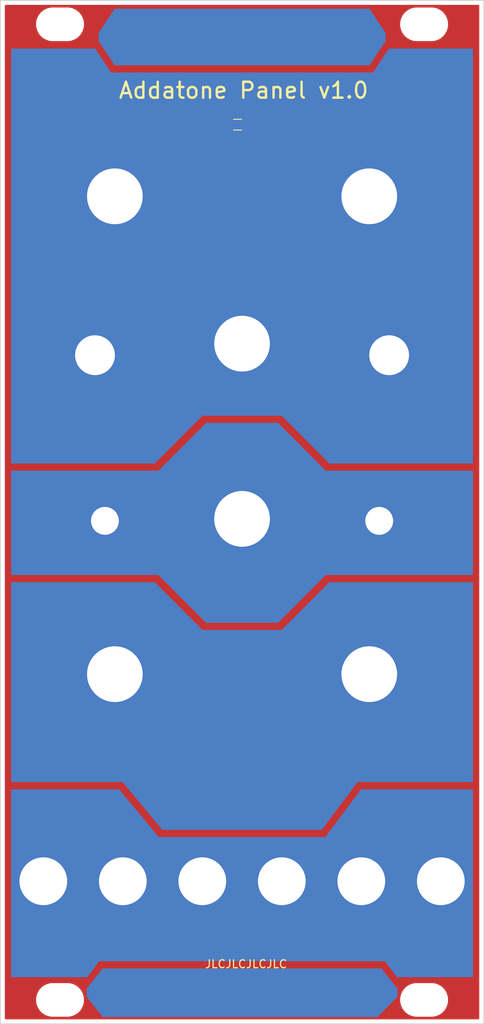
<source format=kicad_pcb>
(kicad_pcb (version 20171130) (host pcbnew "(5.1.5)-3")

  (general
    (thickness 1.6)
    (drawings 122)
    (tracks 0)
    (zones 0)
    (modules 22)
    (nets 1)
  )

  (page A4)
  (layers
    (0 F.Cu signal hide)
    (31 B.Cu signal hide)
    (32 B.Adhes user)
    (33 F.Adhes user hide)
    (34 B.Paste user)
    (35 F.Paste user)
    (36 B.SilkS user)
    (37 F.SilkS user)
    (38 B.Mask user)
    (39 F.Mask user)
    (40 Dwgs.User user hide)
    (41 Cmts.User user)
    (42 Eco1.User user)
    (43 Eco2.User user)
    (44 Edge.Cuts user)
    (45 Margin user)
    (46 B.CrtYd user)
    (47 F.CrtYd user)
    (48 B.Fab user)
    (49 F.Fab user hide)
  )

  (setup
    (last_trace_width 0.25)
    (user_trace_width 0.5)
    (trace_clearance 0.2)
    (zone_clearance 0.508)
    (zone_45_only no)
    (trace_min 0.2)
    (via_size 0.8)
    (via_drill 0.4)
    (via_min_size 0.4)
    (via_min_drill 0.3)
    (uvia_size 0.3)
    (uvia_drill 0.1)
    (uvias_allowed no)
    (uvia_min_size 0.2)
    (uvia_min_drill 0.1)
    (edge_width 0.1)
    (segment_width 0.2)
    (pcb_text_width 0.3)
    (pcb_text_size 1.5 1.5)
    (mod_edge_width 0.15)
    (mod_text_size 1 1)
    (mod_text_width 0.15)
    (pad_size 7 7)
    (pad_drill 7)
    (pad_to_mask_clearance 0)
    (solder_mask_min_width 0.25)
    (aux_axis_origin 0 0)
    (visible_elements 7FFFF77F)
    (pcbplotparams
      (layerselection 0x010fc_ffffffff)
      (usegerberextensions false)
      (usegerberattributes false)
      (usegerberadvancedattributes false)
      (creategerberjobfile false)
      (excludeedgelayer true)
      (linewidth 0.100000)
      (plotframeref false)
      (viasonmask false)
      (mode 1)
      (useauxorigin false)
      (hpglpennumber 1)
      (hpglpenspeed 20)
      (hpglpendiameter 15.000000)
      (psnegative false)
      (psa4output false)
      (plotreference true)
      (plotvalue true)
      (plotinvisibletext false)
      (padsonsilk false)
      (subtractmaskfromsilk false)
      (outputformat 1)
      (mirror false)
      (drillshape 0)
      (scaleselection 1)
      (outputdirectory "Gerbers/Panel/"))
  )

  (net 0 "")

  (net_class Default "This is the default net class."
    (clearance 0.2)
    (trace_width 0.25)
    (via_dia 0.8)
    (via_drill 0.4)
    (uvia_dia 0.3)
    (uvia_drill 0.1)
  )

  (net_class Wide_Power ""
    (clearance 0.2)
    (trace_width 0.5)
    (via_dia 0.8)
    (via_drill 0.4)
    (uvia_dia 0.3)
    (uvia_drill 0.1)
  )

  (module Resistors_SMD:R_0603 (layer F.Cu) (tedit 58E0A804) (tstamp 5EC15D3C)
    (at 129.43 56)
    (descr "Resistor SMD 0603, reflow soldering, Vishay (see dcrcw.pdf)")
    (tags "resistor 0603")
    (attr smd)
    (fp_text reference REF** (at 0 -1.45) (layer F.SilkS) hide
      (effects (font (size 1 1) (thickness 0.15)))
    )
    (fp_text value R_0603 (at 0 1.5) (layer F.Fab)
      (effects (font (size 1 1) (thickness 0.15)))
    )
    (fp_text user %R (at 0 0) (layer F.Fab)
      (effects (font (size 0.4 0.4) (thickness 0.075)))
    )
    (fp_line (start -0.8 0.4) (end -0.8 -0.4) (layer F.Fab) (width 0.1))
    (fp_line (start 0.8 0.4) (end -0.8 0.4) (layer F.Fab) (width 0.1))
    (fp_line (start 0.8 -0.4) (end 0.8 0.4) (layer F.Fab) (width 0.1))
    (fp_line (start -0.8 -0.4) (end 0.8 -0.4) (layer F.Fab) (width 0.1))
    (fp_line (start 0.5 0.68) (end -0.5 0.68) (layer F.SilkS) (width 0.12))
    (fp_line (start -0.5 -0.68) (end 0.5 -0.68) (layer F.SilkS) (width 0.12))
    (fp_line (start -1.25 -0.7) (end 1.25 -0.7) (layer F.CrtYd) (width 0.05))
    (fp_line (start -1.25 -0.7) (end -1.25 0.7) (layer F.CrtYd) (width 0.05))
    (fp_line (start 1.25 0.7) (end 1.25 -0.7) (layer F.CrtYd) (width 0.05))
    (fp_line (start 1.25 0.7) (end -1.25 0.7) (layer F.CrtYd) (width 0.05))
    (pad 1 smd rect (at -0.75 0) (size 0.5 0.9) (layers F.Cu F.Paste F.Mask))
    (pad 2 smd rect (at 0.75 0) (size 0.5 0.9) (layers F.Cu F.Paste F.Mask))
    (model ${KISYS3DMOD}/Resistors_SMD.3dshapes/R_0603.wrl
      (at (xyz 0 0 0))
      (scale (xyz 1 1 1))
      (rotate (xyz 0 0 0))
    )
  )

  (module Graphics:Addatone (layer B.Cu) (tedit 0) (tstamp 5E9D9842)
    (at 130 45 180)
    (fp_text reference G*** (at 0 0) (layer B.SilkS) hide
      (effects (font (size 1.524 1.524) (thickness 0.3)) (justify mirror))
    )
    (fp_text value LOGO (at 0.75 0) (layer B.SilkS) hide
      (effects (font (size 1.524 1.524) (thickness 0.3)) (justify mirror))
    )
    (fp_poly (pts (xy 9.60371 1.063626) (xy 9.588719 0.753932) (xy 9.569005 0.550012) (xy 9.532625 0.430848)
      (xy 9.467634 0.375418) (xy 9.36209 0.362702) (xy 9.210303 0.371254) (xy 9.021439 0.380114)
      (xy 8.926694 0.363171) (xy 8.893698 0.305986) (xy 8.89 0.228379) (xy 8.899169 0.131497)
      (xy 8.948142 0.082614) (xy 9.069119 0.065419) (xy 9.215437 0.0635) (xy 9.540875 0.0635)
      (xy 9.501187 -0.134937) (xy 9.473279 -0.29063) (xy 9.461501 -0.388415) (xy 9.4615 -0.388937)
      (xy 9.404729 -0.422077) (xy 9.261096 -0.441953) (xy 9.17575 -0.4445) (xy 9.000084 -0.449862)
      (xy 8.916889 -0.481757) (xy 8.891663 -0.563893) (xy 8.89 -0.640876) (xy 8.89 -0.837253)
      (xy 9.239239 -0.815501) (xy 9.588478 -0.79375) (xy 9.548399 -1.016) (xy 9.514435 -1.17754)
      (xy 9.484171 -1.279792) (xy 9.481162 -1.285875) (xy 9.410987 -1.303778) (xy 9.238648 -1.318608)
      (xy 8.988969 -1.32896) (xy 8.686774 -1.333424) (xy 8.640933 -1.3335) (xy 7.827862 -1.3335)
      (xy 7.781369 0.010604) (xy 7.766044 0.414732) (xy 7.749705 0.778308) (xy 7.733461 1.081286)
      (xy 7.71842 1.303616) (xy 7.70569 1.425249) (xy 7.702394 1.439354) (xy 7.712205 1.472435)
      (xy 7.781385 1.496025) (xy 7.925476 1.511518) (xy 8.160016 1.520306) (xy 8.500548 1.523782)
      (xy 8.647156 1.524001) (xy 9.624401 1.524001) (xy 9.60371 1.063626)) (layer B.Mask) (width 0.01))
    (fp_poly (pts (xy 7.160533 1.52404) (xy 7.494817 1.524) (xy 7.453665 0.619125) (xy 7.435103 0.236816)
      (xy 7.414171 -0.152902) (xy 7.393315 -0.506705) (xy 7.374981 -0.781269) (xy 7.373382 -0.802686)
      (xy 7.33425 -1.319622) (xy 6.712724 -0.850311) (xy 6.468921 -0.669786) (xy 6.259582 -0.521445)
      (xy 6.106432 -0.420225) (xy 6.0312 -0.381064) (xy 6.030099 -0.381) (xy 6.000807 -0.439344)
      (xy 5.979209 -0.59387) (xy 5.969251 -0.813812) (xy 5.969 -0.85725) (xy 5.969 -1.3335)
      (xy 5.410718 -1.3335) (xy 5.373426 -0.841375) (xy 5.355502 -0.577664) (xy 5.33502 -0.233579)
      (xy 5.314627 0.144362) (xy 5.29848 0.47625) (xy 5.281962 0.795846) (xy 5.263883 1.076013)
      (xy 5.246298 1.28878) (xy 5.231264 1.406181) (xy 5.229634 1.412875) (xy 5.227081 1.470669)
      (xy 5.276084 1.504209) (xy 5.400968 1.519858) (xy 5.626057 1.523978) (xy 5.654473 1.524)
      (xy 6.110505 1.524001) (xy 6.871917 0.864377) (xy 6.849083 1.194228) (xy 6.82625 1.524079)
      (xy 7.160533 1.52404)) (layer B.Mask) (width 0.01))
    (fp_poly (pts (xy 2.453023 1.381125) (xy 2.433057 1.244646) (xy 2.418889 1.030144) (xy 2.413867 0.809625)
      (xy 2.413 0.381) (xy 2.136567 0.381) (xy 1.860135 0.381001) (xy 1.819067 -0.10483)
      (xy 1.797983 -0.4073) (xy 1.783166 -0.721155) (xy 1.778 -0.96208) (xy 1.778 -1.3335)
      (xy 1.340906 -1.3335) (xy 1.108239 -1.329813) (xy 0.972176 -1.312679) (xy 0.902393 -1.272983)
      (xy 0.868568 -1.201613) (xy 0.865523 -1.190625) (xy 0.848714 -1.066207) (xy 0.83546 -0.851293)
      (xy 0.827649 -0.582379) (xy 0.826367 -0.433818) (xy 0.822156 -0.157666) (xy 0.811569 0.077135)
      (xy 0.79646 0.236956) (xy 0.786956 0.280557) (xy 0.706888 0.351839) (xy 0.527338 0.380016)
      (xy 0.469456 0.381) (xy 0.1905 0.381) (xy 0.1905 1.524) (xy 2.491312 1.524)
      (xy 2.453023 1.381125)) (layer B.Mask) (width 0.01))
    (fp_poly (pts (xy -0.442802 1.158875) (xy -0.39999 0.956094) (xy -0.339249 0.678777) (xy -0.266352 0.352178)
      (xy -0.187068 0.001552) (xy -0.107169 -0.347846) (xy -0.032425 -0.670763) (xy 0.031394 -0.941943)
      (xy 0.078517 -1.136133) (xy 0.101311 -1.222375) (xy 0.10584 -1.277293) (xy 0.062418 -1.310523)
      (xy -0.052037 -1.327364) (xy -0.260605 -1.333116) (xy -0.382666 -1.3335) (xy -0.641007 -1.330493)
      (xy -0.799469 -1.317267) (xy -0.885113 -1.287515) (xy -0.925002 -1.234926) (xy -0.934532 -1.204851)
      (xy -0.960973 -1.126789) (xy -1.006895 -1.11126) (xy -1.107755 -1.159082) (xy -1.19645 -1.210889)
      (xy -1.340526 -1.280617) (xy -1.431862 -1.296111) (xy -1.444903 -1.285042) (xy -1.496187 -1.18817)
      (xy -1.548641 -1.110233) (xy -1.611419 -1.039755) (xy -1.647944 -1.071685) (xy -1.674561 -1.164728)
      (xy -1.719417 -1.275179) (xy -1.807232 -1.323308) (xy -1.96971 -1.3335) (xy -2.12834 -1.320955)
      (xy -2.216251 -1.289637) (xy -2.2225 -1.27721) (xy -2.208497 -1.19842) (xy -2.169964 -1.01947)
      (xy -2.115361 -0.778) (xy -1.522926 -0.778) (xy -1.484414 -0.817481) (xy -1.35913 -0.800269)
      (xy -1.326983 -0.793432) (xy -1.175255 -0.75609) (xy -1.088857 -0.725814) (xy -1.085108 -0.723147)
      (xy -1.085519 -0.652) (xy -1.121865 -0.512068) (xy -1.177991 -0.350393) (xy -1.237741 -0.214017)
      (xy -1.281334 -0.151745) (xy -1.337008 -0.181051) (xy -1.403767 -0.307084) (xy -1.469143 -0.501772)
      (xy -1.506229 -0.657975) (xy -1.522926 -0.778) (xy -2.115361 -0.778) (xy -2.112119 -0.763667)
      (xy -2.040176 -0.454318) (xy -2.005777 -0.308835) (xy -1.919873 0.061775) (xy -1.837567 0.433019)
      (xy -1.767184 0.766287) (xy -1.71705 1.022969) (xy -1.709857 1.063625) (xy -1.630661 1.524)
      (xy -0.517005 1.524) (xy -0.442802 1.158875)) (layer B.Mask) (width 0.01))
    (fp_poly (pts (xy -8.126302 1.158875) (xy -8.08349 0.956094) (xy -8.022749 0.678777) (xy -7.949852 0.352178)
      (xy -7.870568 0.001552) (xy -7.790669 -0.347846) (xy -7.715925 -0.670763) (xy -7.652106 -0.941943)
      (xy -7.604983 -1.136133) (xy -7.582189 -1.222375) (xy -7.57766 -1.277293) (xy -7.621082 -1.310523)
      (xy -7.735537 -1.327364) (xy -7.944105 -1.333116) (xy -8.066166 -1.3335) (xy -8.324507 -1.330493)
      (xy -8.482969 -1.317267) (xy -8.568613 -1.287515) (xy -8.608502 -1.234926) (xy -8.618032 -1.204851)
      (xy -8.644473 -1.126789) (xy -8.690395 -1.11126) (xy -8.791255 -1.159082) (xy -8.87995 -1.210889)
      (xy -9.024026 -1.280617) (xy -9.115362 -1.296111) (xy -9.128403 -1.285042) (xy -9.179687 -1.18817)
      (xy -9.232141 -1.110233) (xy -9.294919 -1.039755) (xy -9.331444 -1.071685) (xy -9.358061 -1.164728)
      (xy -9.402917 -1.275179) (xy -9.490732 -1.323308) (xy -9.65321 -1.3335) (xy -9.81184 -1.320955)
      (xy -9.899751 -1.289637) (xy -9.906 -1.27721) (xy -9.891997 -1.19842) (xy -9.853464 -1.01947)
      (xy -9.798861 -0.778) (xy -9.206426 -0.778) (xy -9.167914 -0.817481) (xy -9.04263 -0.800269)
      (xy -9.010483 -0.793432) (xy -8.858755 -0.75609) (xy -8.772357 -0.725814) (xy -8.768608 -0.723147)
      (xy -8.769019 -0.652) (xy -8.805365 -0.512068) (xy -8.861491 -0.350393) (xy -8.921241 -0.214017)
      (xy -8.964834 -0.151745) (xy -9.020508 -0.181051) (xy -9.087267 -0.307084) (xy -9.152643 -0.501772)
      (xy -9.189729 -0.657975) (xy -9.206426 -0.778) (xy -9.798861 -0.778) (xy -9.795619 -0.763667)
      (xy -9.723676 -0.454318) (xy -9.689277 -0.308835) (xy -9.603373 0.061775) (xy -9.521067 0.433019)
      (xy -9.450684 0.766287) (xy -9.40055 1.022969) (xy -9.393357 1.063625) (xy -9.314161 1.524)
      (xy -8.200505 1.524) (xy -8.126302 1.158875)) (layer B.Mask) (width 0.01))
    (fp_poly (pts (xy 4.341506 1.5339) (xy 4.651727 1.340027) (xy 4.893062 1.051995) (xy 4.960641 0.923378)
      (xy 5.043674 0.638288) (xy 5.080211 0.284361) (xy 5.070663 -0.089219) (xy 5.015439 -0.433268)
      (xy 4.947664 -0.635) (xy 4.745889 -0.986505) (xy 4.504405 -1.223775) (xy 4.208564 -1.357076)
      (xy 3.860778 -1.396762) (xy 3.525251 -1.356916) (xy 3.303122 -1.261724) (xy 3.13041 -1.144537)
      (xy 3.000345 -1.017401) (xy 2.878229 -0.840947) (xy 2.778759 -0.66675) (xy 2.706927 -0.5104)
      (xy 2.663801 -0.337782) (xy 2.64277 -0.110317) (xy 2.642309 -0.087552) (xy 3.533903 -0.087552)
      (xy 3.545607 -0.310782) (xy 3.604988 -0.519988) (xy 3.705562 -0.680899) (xy 3.840848 -0.759244)
      (xy 3.8735 -0.762) (xy 3.994704 -0.712429) (xy 4.104869 -0.598243) (xy 4.191643 -0.385918)
      (xy 4.215513 -0.142757) (xy 4.178485 0.084883) (xy 4.082565 0.25065) (xy 4.067548 0.263896)
      (xy 3.947845 0.348429) (xy 3.8735 0.381) (xy 3.793029 0.344733) (xy 3.679451 0.263896)
      (xy 3.576356 0.115431) (xy 3.533903 -0.087552) (xy 2.642309 -0.087552) (xy 2.637314 0.15875)
      (xy 2.640504 0.446845) (xy 2.657827 0.648216) (xy 2.697174 0.802989) (xy 2.766436 0.951286)
      (xy 2.807272 1.022867) (xy 2.994511 1.284689) (xy 3.21179 1.457015) (xy 3.500742 1.56981)
      (xy 3.60281 1.595415) (xy 3.984501 1.622675) (xy 4.341506 1.5339)) (layer B.Mask) (width 0.01))
    (fp_poly (pts (xy -3.412395 1.493893) (xy -3.002224 1.339585) (xy -2.673048 1.109026) (xy -2.457587 0.840088)
      (xy -2.363281 0.594543) (xy -2.30932 0.27908) (xy -2.300553 -0.054281) (xy -2.341835 -0.353519)
      (xy -2.345111 -0.365958) (xy -2.489361 -0.683487) (xy -2.725752 -0.969151) (xy -3.01966 -1.183352)
      (xy -3.089584 -1.21739) (xy -3.309805 -1.28408) (xy -3.60976 -1.335295) (xy -3.942646 -1.366386)
      (xy -4.26166 -1.372706) (xy -4.482834 -1.355743) (xy -4.679418 -1.326913) (xy -4.709739 -0.519251)
      (xy -3.61361 -0.519251) (xy -3.61201 -0.690607) (xy -3.596135 -0.779473) (xy -3.560844 -0.808071)
      (xy -3.500996 -0.798625) (xy -3.479075 -0.79217) (xy -3.315841 -0.712225) (xy -3.215627 -0.635476)
      (xy -3.134146 -0.50182) (xy -3.0757 -0.306962) (xy -3.066199 -0.24449) (xy -3.080847 0.021569)
      (xy -3.185738 0.21428) (xy -3.371583 0.318943) (xy -3.429 0.329554) (xy -3.503191 0.334562)
      (xy -3.550549 0.311793) (xy -3.578245 0.23806) (xy -3.593446 0.090176) (xy -3.603323 -0.155048)
      (xy -3.606075 -0.243181) (xy -3.61361 -0.519251) (xy -4.709739 -0.519251) (xy -4.722217 -0.186896)
      (xy -4.738381 0.202744) (xy -4.756353 0.568105) (xy -4.77459 0.882098) (xy -4.791547 1.117633)
      (xy -4.803015 1.23036) (xy -4.841015 1.507598) (xy -4.41828 1.552869) (xy -3.889201 1.566727)
      (xy -3.412395 1.493893)) (layer B.Mask) (width 0.01))
    (fp_poly (pts (xy -6.079395 1.493893) (xy -5.669224 1.339585) (xy -5.340048 1.109026) (xy -5.124587 0.840088)
      (xy -5.030281 0.594543) (xy -4.97632 0.27908) (xy -4.967553 -0.054281) (xy -5.008835 -0.353519)
      (xy -5.012111 -0.365958) (xy -5.156361 -0.683487) (xy -5.392752 -0.969151) (xy -5.68666 -1.183352)
      (xy -5.756584 -1.21739) (xy -5.976805 -1.28408) (xy -6.27676 -1.335295) (xy -6.609646 -1.366386)
      (xy -6.92866 -1.372706) (xy -7.149834 -1.355743) (xy -7.346418 -1.326913) (xy -7.376739 -0.519251)
      (xy -6.28061 -0.519251) (xy -6.27901 -0.690607) (xy -6.263135 -0.779473) (xy -6.227844 -0.808071)
      (xy -6.167996 -0.798625) (xy -6.146075 -0.79217) (xy -5.982841 -0.712225) (xy -5.882627 -0.635476)
      (xy -5.801146 -0.50182) (xy -5.7427 -0.306962) (xy -5.733199 -0.24449) (xy -5.747847 0.021569)
      (xy -5.852738 0.21428) (xy -6.038583 0.318943) (xy -6.096 0.329554) (xy -6.170191 0.334562)
      (xy -6.217549 0.311793) (xy -6.245245 0.23806) (xy -6.260446 0.090176) (xy -6.270323 -0.155048)
      (xy -6.273075 -0.243181) (xy -6.28061 -0.519251) (xy -7.376739 -0.519251) (xy -7.389217 -0.186896)
      (xy -7.405381 0.202744) (xy -7.423353 0.568105) (xy -7.44159 0.882098) (xy -7.458547 1.117633)
      (xy -7.470015 1.23036) (xy -7.508015 1.507598) (xy -7.08528 1.552869) (xy -6.556201 1.566727)
      (xy -6.079395 1.493893)) (layer B.Mask) (width 0.01))
  )

  (module Custom_Footprints:Oval_Mounting_Hole (layer F.Cu) (tedit 5C93BEBC) (tstamp 5C9650F8)
    (at 152.9 43.4)
    (descr "Mounting Hole 6mm, no annular")
    (tags "mounting hole 6mm no annular")
    (fp_text reference Ref** (at 0 -3.5) (layer F.SilkS) hide
      (effects (font (size 1 1) (thickness 0.15)))
    )
    (fp_text value Oval_Mounting_Hole (at 0 5.08) (layer F.Fab)
      (effects (font (size 1 1) (thickness 0.15)))
    )
    (fp_line (start 5.08 -3) (end 7.5 -3) (layer Dwgs.User) (width 0.15))
    (fp_line (start 5.08 3) (end 7.5 3) (layer Dwgs.User) (width 0.15))
    (fp_line (start 7.5 1.27) (end 7.5 3) (layer Dwgs.User) (width 0.15))
    (fp_line (start 7.5 -3) (end 7.5 -1.27) (layer Dwgs.User) (width 0.15))
    (fp_line (start -7.5 3) (end -5.08 3) (layer Dwgs.User) (width 0.15))
    (fp_line (start -7.5 -3) (end -5.08 -3) (layer Dwgs.User) (width 0.15))
    (fp_line (start -7.5 1.27) (end -7.5 3) (layer Dwgs.User) (width 0.15))
    (fp_line (start -7.5 -3) (end -7.5 -1.27) (layer Dwgs.User) (width 0.15))
    (fp_circle (center 0 0) (end 1.54 0) (layer Cmts.User) (width 0.15))
    (pad "" np_thru_hole oval (at 0 0) (size 5 3.2) (drill oval 5 3.2) (layers *.Cu *.Mask))
  )

  (module Custom_Footprints:Sub_Miniature_Switch_MountingHole_3.5mm (layer F.Cu) (tedit 5D95D0D3) (tstamp 5E9C5E44)
    (at 147.25 105.75)
    (descr "Mounting Hole 6mm, no annular")
    (tags "mounting hole 6mm no annular")
    (fp_text reference Ref** (at 0 -5.4) (layer F.SilkS) hide
      (effects (font (size 1 1) (thickness 0.15)))
    )
    (fp_text value Subminiature_Switch (at 0 5.1) (layer F.Fab) hide
      (effects (font (size 1 1) (thickness 0.15)))
    )
    (fp_circle (center 0 0) (end 1.6 0) (layer F.CrtYd) (width 0.05))
    (fp_circle (center 0 0) (end 1.5 0) (layer Cmts.User) (width 0.15))
    (pad "" np_thru_hole circle (at 0 0) (size 3.5 3.5) (drill 3.5) (layers *.Cu *.Mask))
  )

  (module Custom_Footprints:Sub_Miniature_Switch_MountingHole_3.5mm (layer F.Cu) (tedit 5D95D0D3) (tstamp 5E9C5E42)
    (at 112.75 105.75)
    (descr "Mounting Hole 6mm, no annular")
    (tags "mounting hole 6mm no annular")
    (fp_text reference Ref** (at 0 -5.4) (layer F.SilkS) hide
      (effects (font (size 1 1) (thickness 0.15)))
    )
    (fp_text value Subminiature_Switch (at 0 5.1) (layer F.Fab) hide
      (effects (font (size 1 1) (thickness 0.15)))
    )
    (fp_circle (center 0 0) (end 1.5 0) (layer Cmts.User) (width 0.15))
    (fp_circle (center 0 0) (end 1.6 0) (layer F.CrtYd) (width 0.05))
    (pad "" np_thru_hole circle (at 0 0) (size 3.5 3.5) (drill 3.5) (layers *.Cu *.Mask))
  )

  (module Custom_Footprints:Sub_Miniature_Switch_MountingHole_5mm (layer F.Cu) (tedit 5C92BD58) (tstamp 5E9C5E07)
    (at 148.5 84.95)
    (descr "Mounting Hole 6mm, no annular")
    (tags "mounting hole 6mm no annular")
    (fp_text reference Ref** (at 0 -5.4) (layer F.SilkS) hide
      (effects (font (size 1 1) (thickness 0.15)))
    )
    (fp_text value Subminiature_Switch (at 0 5.1) (layer F.Fab) hide
      (effects (font (size 1 1) (thickness 0.15)))
    )
    (fp_circle (center 0 0) (end 4 0) (layer F.CrtYd) (width 0.05))
    (fp_circle (center 0 0) (end 2.5 0) (layer Cmts.User) (width 0.15))
    (pad "" np_thru_hole circle (at 0 0) (size 5 5) (drill 5) (layers *.Cu *.Mask))
  )

  (module Custom_Footprints:Sub_Miniature_Switch_MountingHole_5mm (layer F.Cu) (tedit 5C92BD58) (tstamp 5E9C5DE4)
    (at 111.5 84.95)
    (descr "Mounting Hole 6mm, no annular")
    (tags "mounting hole 6mm no annular")
    (fp_text reference Ref** (at 0 -5.4) (layer F.SilkS) hide
      (effects (font (size 1 1) (thickness 0.15)))
    )
    (fp_text value Subminiature_Switch (at 0 5.1) (layer F.Fab) hide
      (effects (font (size 1 1) (thickness 0.15)))
    )
    (fp_circle (center 0 0) (end 2.5 0) (layer Cmts.User) (width 0.15))
    (fp_circle (center 0 0) (end 4 0) (layer F.CrtYd) (width 0.05))
    (pad "" np_thru_hole circle (at 0 0) (size 5 5) (drill 5) (layers *.Cu *.Mask))
  )

  (module Custom_Footprints:Thonkiconn_Socket_MountingHole_6mm (layer F.Cu) (tedit 5C92C29C) (tstamp 5E9C5CA6)
    (at 155 151)
    (descr "Mounting Hole 6mm, no annular")
    (tags "mounting hole 6mm no annular")
    (fp_text reference Ref** (at 0 -5.8) (layer F.SilkS) hide
      (effects (font (size 1 1) (thickness 0.15)))
    )
    (fp_text value Thonkiconn_Socket_MountingHole_6mm (at 0 5.825) (layer F.Fab) hide
      (effects (font (size 1 1) (thickness 0.15)))
    )
    (fp_circle (center 0 0) (end 4.5 0) (layer F.CrtYd) (width 0.05))
    (pad "" np_thru_hole circle (at 0 0) (size 6 6) (drill 6) (layers *.Cu *.Mask))
  )

  (module Custom_Footprints:Thonkiconn_Socket_MountingHole_6mm (layer F.Cu) (tedit 5C92C29C) (tstamp 5E9C5C9C)
    (at 145 151)
    (descr "Mounting Hole 6mm, no annular")
    (tags "mounting hole 6mm no annular")
    (fp_text reference Ref** (at 0 -5.8) (layer F.SilkS) hide
      (effects (font (size 1 1) (thickness 0.15)))
    )
    (fp_text value Thonkiconn_Socket_MountingHole_6mm (at 0 5.825) (layer F.Fab) hide
      (effects (font (size 1 1) (thickness 0.15)))
    )
    (fp_circle (center 0 0) (end 4.5 0) (layer F.CrtYd) (width 0.05))
    (pad "" np_thru_hole circle (at 0 0) (size 6 6) (drill 6) (layers *.Cu *.Mask))
  )

  (module Custom_Footprints:Thonkiconn_Socket_MountingHole_6mm (layer F.Cu) (tedit 5C92C29C) (tstamp 5E9C5C92)
    (at 135 151)
    (descr "Mounting Hole 6mm, no annular")
    (tags "mounting hole 6mm no annular")
    (fp_text reference Ref** (at 0 -5.8) (layer F.SilkS) hide
      (effects (font (size 1 1) (thickness 0.15)))
    )
    (fp_text value Thonkiconn_Socket_MountingHole_6mm (at 0 5.825) (layer F.Fab) hide
      (effects (font (size 1 1) (thickness 0.15)))
    )
    (fp_circle (center 0 0) (end 4.5 0) (layer F.CrtYd) (width 0.05))
    (pad "" np_thru_hole circle (at 0 0) (size 6 6) (drill 6) (layers *.Cu *.Mask))
  )

  (module Custom_Footprints:Thonkiconn_Socket_MountingHole_6mm (layer F.Cu) (tedit 5C92C29C) (tstamp 5E9C5C88)
    (at 125 151)
    (descr "Mounting Hole 6mm, no annular")
    (tags "mounting hole 6mm no annular")
    (fp_text reference Ref** (at 0 -5.8) (layer F.SilkS) hide
      (effects (font (size 1 1) (thickness 0.15)))
    )
    (fp_text value Thonkiconn_Socket_MountingHole_6mm (at 0 5.825) (layer F.Fab) hide
      (effects (font (size 1 1) (thickness 0.15)))
    )
    (fp_circle (center 0 0) (end 4.5 0) (layer F.CrtYd) (width 0.05))
    (pad "" np_thru_hole circle (at 0 0) (size 6 6) (drill 6) (layers *.Cu *.Mask))
  )

  (module Custom_Footprints:Thonkiconn_Socket_MountingHole_6mm (layer F.Cu) (tedit 5C92C29C) (tstamp 5E9C5C7E)
    (at 115 151)
    (descr "Mounting Hole 6mm, no annular")
    (tags "mounting hole 6mm no annular")
    (fp_text reference Ref** (at 0 -5.8) (layer F.SilkS) hide
      (effects (font (size 1 1) (thickness 0.15)))
    )
    (fp_text value Thonkiconn_Socket_MountingHole_6mm (at 0 5.825) (layer F.Fab) hide
      (effects (font (size 1 1) (thickness 0.15)))
    )
    (fp_circle (center 0 0) (end 4.5 0) (layer F.CrtYd) (width 0.05))
    (pad "" np_thru_hole circle (at 0 0) (size 6 6) (drill 6) (layers *.Cu *.Mask))
  )

  (module Custom_Footprints:Thonkiconn_Socket_MountingHole_6mm (layer F.Cu) (tedit 5C92C29C) (tstamp 5E9C5C63)
    (at 105 151)
    (descr "Mounting Hole 6mm, no annular")
    (tags "mounting hole 6mm no annular")
    (fp_text reference Ref** (at 0 -5.8) (layer F.SilkS) hide
      (effects (font (size 1 1) (thickness 0.15)))
    )
    (fp_text value Thonkiconn_Socket_MountingHole_6mm (at 0 5.825) (layer F.Fab) hide
      (effects (font (size 1 1) (thickness 0.15)))
    )
    (fp_circle (center 0 0) (end 4.5 0) (layer F.CrtYd) (width 0.05))
    (pad "" np_thru_hole circle (at 0 0) (size 6 6) (drill 6) (layers *.Cu *.Mask))
  )

  (module Custom_Footprints:Alpha_9mm_pot_hole (layer F.Cu) (tedit 5E9C5EEA) (tstamp 5E9C5B17)
    (at 146 125)
    (descr "Mounting Hole 7mm")
    (tags "mounting hole 7mm")
    (fp_text reference Ref** (at 0 -6.8) (layer F.SilkS) hide
      (effects (font (size 1 1) (thickness 0.15)))
    )
    (fp_text value Alpha_9mm_pot_hole (at 0 7) (layer F.Fab) hide
      (effects (font (size 1 1) (thickness 0.15)))
    )
    (fp_circle (center 0 0) (end 6 0) (layer F.CrtYd) (width 0.05))
    (fp_circle (center 0 0) (end 3.5 0) (layer Cmts.User) (width 0.15))
    (pad "" np_thru_hole circle (at 0 0) (size 7 7) (drill 7) (layers *.Cu *.Mask))
  )

  (module Custom_Footprints:Alpha_9mm_pot_hole (layer F.Cu) (tedit 5E9C7B3C) (tstamp 5E9C5B0A)
    (at 114 125)
    (descr "Mounting Hole 7mm")
    (tags "mounting hole 7mm")
    (fp_text reference Ref** (at 0 -6.8) (layer F.SilkS) hide
      (effects (font (size 1 1) (thickness 0.15)))
    )
    (fp_text value Alpha_9mm_pot_hole (at 0 7) (layer F.Fab) hide
      (effects (font (size 1 1) (thickness 0.15)))
    )
    (fp_circle (center 0 0) (end 3.5 0) (layer Cmts.User) (width 0.15))
    (fp_circle (center 0 0) (end 6 0) (layer F.CrtYd) (width 0.05))
    (pad "" np_thru_hole circle (at 0 0) (size 7 7) (drill 7) (layers *.Cu *.Mask))
  )

  (module Custom_Footprints:Alpha_9mm_pot_hole (layer F.Cu) (tedit 5E9C5EE1) (tstamp 5E9C5ACB)
    (at 130 105.5)
    (descr "Mounting Hole 7mm")
    (tags "mounting hole 7mm")
    (fp_text reference Ref** (at 0 -6.8) (layer F.SilkS) hide
      (effects (font (size 1 1) (thickness 0.15)))
    )
    (fp_text value Alpha_9mm_pot_hole (at 0 7) (layer F.Fab) hide
      (effects (font (size 1 1) (thickness 0.15)))
    )
    (fp_circle (center 0 0) (end 6 0) (layer F.CrtYd) (width 0.05))
    (fp_circle (center 0 0) (end 3.5 0) (layer Cmts.User) (width 0.15))
    (pad "" np_thru_hole circle (at 0 0) (size 7 7) (drill 7) (layers *.Cu *.Mask))
  )

  (module Custom_Footprints:Alpha_9mm_pot_hole (layer F.Cu) (tedit 5E9C5EE4) (tstamp 5E9C59AC)
    (at 130 83.5)
    (descr "Mounting Hole 7mm")
    (tags "mounting hole 7mm")
    (fp_text reference Ref** (at 0 -6.8) (layer F.SilkS) hide
      (effects (font (size 1 1) (thickness 0.15)))
    )
    (fp_text value Alpha_9mm_pot_hole (at 0 7) (layer F.Fab) hide
      (effects (font (size 1 1) (thickness 0.15)))
    )
    (fp_circle (center 0 0) (end 3.5 0) (layer Cmts.User) (width 0.15))
    (fp_circle (center 0 0) (end 6 0) (layer F.CrtYd) (width 0.05))
    (pad "" np_thru_hole circle (at 0 0) (size 7 7) (drill 7) (layers *.Cu *.Mask))
  )

  (module Custom_Footprints:Alpha_9mm_pot_hole (layer F.Cu) (tedit 5E9C5ED7) (tstamp 5E9C59A0)
    (at 146 65)
    (descr "Mounting Hole 7mm")
    (tags "mounting hole 7mm")
    (fp_text reference Ref** (at 0 -6.8) (layer F.SilkS) hide
      (effects (font (size 1 1) (thickness 0.15)))
    )
    (fp_text value Alpha_9mm_pot_hole (at 0 7) (layer F.Fab) hide
      (effects (font (size 1 1) (thickness 0.15)))
    )
    (fp_circle (center 0 0) (end 6 0) (layer F.CrtYd) (width 0.05))
    (fp_circle (center 0 0) (end 3.5 0) (layer Cmts.User) (width 0.15))
    (pad "" np_thru_hole circle (at 0 0) (size 7 7) (drill 7) (layers *.Cu *.Mask))
  )

  (module Custom_Footprints:Alpha_9mm_pot_hole (layer F.Cu) (tedit 5E9C5ED2) (tstamp 5E9C51D7)
    (at 114.01 64.99)
    (descr "Mounting Hole 7mm")
    (tags "mounting hole 7mm")
    (fp_text reference Ref** (at 0 -6.8) (layer F.SilkS) hide
      (effects (font (size 1 1) (thickness 0.15)))
    )
    (fp_text value Alpha_9mm_pot_hole (at 0 7) (layer F.Fab) hide
      (effects (font (size 1 1) (thickness 0.15)))
    )
    (fp_circle (center 0 0) (end 3.5 0) (layer Cmts.User) (width 0.15))
    (fp_circle (center 0 0) (end 6 0) (layer F.CrtYd) (width 0.05))
    (pad "" np_thru_hole circle (at -0.01 0.01) (size 7 7) (drill 7) (layers *.Cu *.Mask))
  )

  (module Custom_Footprints:Oval_Mounting_Hole (layer F.Cu) (tedit 5C93BEBC) (tstamp 5C96512E)
    (at 107.1 165.9)
    (descr "Mounting Hole 6mm, no annular")
    (tags "mounting hole 6mm no annular")
    (fp_text reference Ref** (at 0 -3.5) (layer F.SilkS) hide
      (effects (font (size 1 1) (thickness 0.15)))
    )
    (fp_text value Oval_Mounting_Hole (at 0 5.08) (layer F.Fab) hide
      (effects (font (size 1 1) (thickness 0.15)))
    )
    (fp_circle (center 0 0) (end 1.54 0) (layer Cmts.User) (width 0.15))
    (fp_line (start -7.5 -3) (end -7.5 -1.27) (layer Dwgs.User) (width 0.15))
    (fp_line (start -7.5 1.27) (end -7.5 3) (layer Dwgs.User) (width 0.15))
    (fp_line (start -7.5 -3) (end -5.08 -3) (layer Dwgs.User) (width 0.15))
    (fp_line (start -7.5 3) (end -5.08 3) (layer Dwgs.User) (width 0.15))
    (fp_line (start 7.5 -3) (end 7.5 -1.27) (layer Dwgs.User) (width 0.15))
    (fp_line (start 7.5 1.27) (end 7.5 3) (layer Dwgs.User) (width 0.15))
    (fp_line (start 5.08 3) (end 7.5 3) (layer Dwgs.User) (width 0.15))
    (fp_line (start 5.08 -3) (end 7.5 -3) (layer Dwgs.User) (width 0.15))
    (pad "" np_thru_hole oval (at 0 0) (size 5 3.2) (drill oval 5 3.2) (layers *.Cu *.Mask))
  )

  (module Custom_Footprints:Oval_Mounting_Hole (layer F.Cu) (tedit 5C93BEBC) (tstamp 5C965114)
    (at 152.9 165.9)
    (descr "Mounting Hole 6mm, no annular")
    (tags "mounting hole 6mm no annular")
    (fp_text reference Ref** (at 0 -3.5) (layer F.SilkS) hide
      (effects (font (size 1 1) (thickness 0.15)))
    )
    (fp_text value Oval_Mounting_Hole (at 0 5.08) (layer F.Fab) hide
      (effects (font (size 1 1) (thickness 0.15)))
    )
    (fp_line (start 5.08 -3) (end 7.5 -3) (layer Dwgs.User) (width 0.15))
    (fp_line (start 5.08 3) (end 7.5 3) (layer Dwgs.User) (width 0.15))
    (fp_line (start 7.5 1.27) (end 7.5 3) (layer Dwgs.User) (width 0.15))
    (fp_line (start 7.5 -3) (end 7.5 -1.27) (layer Dwgs.User) (width 0.15))
    (fp_line (start -7.5 3) (end -5.08 3) (layer Dwgs.User) (width 0.15))
    (fp_line (start -7.5 -3) (end -5.08 -3) (layer Dwgs.User) (width 0.15))
    (fp_line (start -7.5 1.27) (end -7.5 3) (layer Dwgs.User) (width 0.15))
    (fp_line (start -7.5 -3) (end -7.5 -1.27) (layer Dwgs.User) (width 0.15))
    (fp_circle (center 0 0) (end 1.54 0) (layer Cmts.User) (width 0.15))
    (pad "" np_thru_hole oval (at 0 0) (size 5 3.2) (drill oval 5 3.2) (layers *.Cu *.Mask))
  )

  (module Custom_Footprints:Oval_Mounting_Hole (layer F.Cu) (tedit 5C93BEBC) (tstamp 5C9650FA)
    (at 107.1 43.4)
    (descr "Mounting Hole 6mm, no annular")
    (tags "mounting hole 6mm no annular")
    (fp_text reference Ref** (at 0 -3.5) (layer F.SilkS) hide
      (effects (font (size 1 1) (thickness 0.15)))
    )
    (fp_text value Oval_Mounting_Hole (at 0 5.08) (layer F.Fab)
      (effects (font (size 1 1) (thickness 0.15)))
    )
    (fp_circle (center 0 0) (end 1.54 0) (layer Cmts.User) (width 0.15))
    (fp_line (start -7.5 -3) (end -7.5 -1.27) (layer Dwgs.User) (width 0.15))
    (fp_line (start -7.5 1.27) (end -7.5 3) (layer Dwgs.User) (width 0.15))
    (fp_line (start -7.5 -3) (end -5.08 -3) (layer Dwgs.User) (width 0.15))
    (fp_line (start -7.5 3) (end -5.08 3) (layer Dwgs.User) (width 0.15))
    (fp_line (start 7.5 -3) (end 7.5 -1.27) (layer Dwgs.User) (width 0.15))
    (fp_line (start 7.5 1.27) (end 7.5 3) (layer Dwgs.User) (width 0.15))
    (fp_line (start 5.08 3) (end 7.5 3) (layer Dwgs.User) (width 0.15))
    (fp_line (start 5.08 -3) (end 7.5 -3) (layer Dwgs.User) (width 0.15))
    (pad "" np_thru_hole oval (at 0 0) (size 5 3.2) (drill oval 5 3.2) (layers *.Cu *.Mask))
  )

  (gr_text JLCJLCJLCJLC (at 130.5 161.4) (layer F.SilkS)
    (effects (font (size 1 1) (thickness 0.15)))
  )
  (gr_text "Addatone Panel v1.0" (at 130.2 51.7) (layer F.SilkS)
    (effects (font (size 2 2) (thickness 0.3)))
  )
  (gr_line (start 113.4 49.6) (end 146.6 49.6) (layer B.Mask) (width 0.4) (tstamp 5E9EDEE5))
  (gr_line (start 146.6 49.6) (end 148.6 46.6) (layer B.Mask) (width 0.4) (tstamp 5E9EDEE6))
  (gr_line (start 111.4 46.6) (end 113.4 49.6) (layer B.Mask) (width 0.4) (tstamp 5E9EDEE8))
  (gr_line (start 148.6 46.6) (end 159 46.6) (layer B.Mask) (width 0.4) (tstamp 5E9EDEE9))
  (gr_line (start 101 46.6) (end 111.4 46.6) (layer B.Mask) (width 0.4) (tstamp 5E9EDEE7))
  (gr_line (start 119.6 112.4) (end 101 112.4) (layer B.Mask) (width 0.4) (tstamp 5E9ED69A))
  (gr_line (start 140.6 112.4) (end 134.4 118.4) (layer B.Mask) (width 0.4) (tstamp 5E9ED699))
  (gr_line (start 134.4 118.4) (end 125.6 118.4) (layer B.Mask) (width 0.4) (tstamp 5E9ED698))
  (gr_line (start 159 112.4) (end 140.6 112.4) (layer B.Mask) (width 0.4) (tstamp 5E9ED697))
  (gr_line (start 125.6 118.4) (end 119.6 112.4) (layer B.Mask) (width 0.4) (tstamp 5E9ED696))
  (gr_line (start 144.4 138.4) (end 159 138.4) (layer B.Mask) (width 0.4) (tstamp 5E9ED33A))
  (gr_line (start 115 138.4) (end 120 144.4) (layer B.Mask) (width 0.4) (tstamp 5E9ED339))
  (gr_line (start 120 144.4) (end 140 144.4) (layer B.Mask) (width 0.4) (tstamp 5E9ED338))
  (gr_line (start 101 138.4) (end 115 138.4) (layer B.Mask) (width 0.4) (tstamp 5E9ED337))
  (gr_line (start 140 144.4) (end 144.4 138.4) (layer B.Mask) (width 0.4) (tstamp 5E9ED336))
  (gr_line (start 141 98.4) (end 159 98.4) (layer B.Mask) (width 0.4) (tstamp 5E9ED334))
  (gr_line (start 135 92.4) (end 141 98.4) (layer B.Mask) (width 0.4))
  (gr_line (start 125 92.4) (end 135 92.4) (layer B.Mask) (width 0.4))
  (gr_line (start 119 98.4) (end 125 92.4) (layer B.Mask) (width 0.4))
  (gr_line (start 101 98.4) (end 119 98.4) (layer B.Mask) (width 0.4))
  (gr_text Tune (at 130 138.5) (layer B.Mask) (tstamp 5E9D9DC5)
    (effects (font (size 2 2) (thickness 0.3)) (justify mirror))
  )
  (gr_poly (pts (xy 112 44.5) (xy 114 41.5) (xy 146 41.5) (xy 148 44.5) (xy 148 45.5) (xy 146 48.5) (xy 114 48.5) (xy 112 45.5)) (layer B.Cu) (width 0.1) (tstamp 5E9D9610))
  (gr_line (start 152.4 129.2) (end 110.4 129.2) (layer Dwgs.User) (width 0.05) (tstamp 5E9D9271))
  (gr_circle (center 146 125) (end 153.3 125) (layer Dwgs.User) (width 0.15) (tstamp 5E9D8C27))
  (gr_poly (pts (xy 149.5 164.5) (xy 149.5 165.5) (xy 147 168) (xy 112.5 168) (xy 110.5 165.5) (xy 110.5 164.5) (xy 112.5 162) (xy 147.5 162)) (layer B.Cu) (width 0.1))
  (gr_text "Mountjoy Modular" (at 130 165) (layer B.Mask)
    (effects (font (size 1.5 1.5) (thickness 0.15)) (justify mirror))
  )
  (gr_poly (pts (xy 159 156) (xy 151 156) (xy 151 144.5) (xy 159 144.5)) (layer B.Mask) (width 0.1) (tstamp 5E9D8402))
  (gr_poly (pts (xy 109 156) (xy 101 156) (xy 101 144.5) (xy 109 144.5)) (layer B.Mask) (width 0.1))
  (gr_poly (pts (xy 110.5 163) (xy 101 163) (xy 101 139.5) (xy 114.5 139.5) (xy 119.5 145.5) (xy 140.5 145.5) (xy 145 139.5) (xy 159 139.5) (xy 159 163) (xy 149.5 163) (xy 148 161) (xy 112 161)) (layer B.Cu) (width 0.1) (tstamp 5E9D7CA8))
  (gr_line (start 140.5 112.5) (end 119.5 112.5) (layer Dwgs.User) (width 0.15))
  (gr_line (start 140.5 99.5) (end 119.5 99.5) (layer Dwgs.User) (width 0.15))
  (gr_line (start 125.5 92.5) (end 125.5 118.5) (layer Dwgs.User) (width 0.15))
  (gr_line (start 134.5 92.5) (end 134.5 118.5) (layer Dwgs.User) (width 0.15))
  (gr_line (start 119.5 93.5) (end 140.5 93.5) (layer Dwgs.User) (width 0.15) (tstamp 5E9D7B67))
  (gr_line (start 119.5 143.5) (end 119.5 92.5) (layer Dwgs.User) (width 0.15))
  (gr_line (start 140.5 118.5) (end 119.5 118.5) (layer Dwgs.User) (width 0.15))
  (gr_line (start 140.5 92.5) (end 140.5 143.5) (layer Dwgs.User) (width 0.15))
  (gr_poly (pts (xy 148.5 46.5) (xy 159 46.5) (xy 159 98.5) (xy 141 98.5) (xy 135 92.5) (xy 125 92.5) (xy 119 98.5) (xy 101 98.5) (xy 101 46.5) (xy 111.5 46.5) (xy 113.5 49.5) (xy 146.5 49.5)) (layer B.Cu) (width 0.1))
  (gr_poly (pts (xy 140.5 99.5) (xy 159 99.5) (xy 159 112.5) (xy 140.5 112.5) (xy 134.5 118.5) (xy 125.5 118.5) (xy 119.5 112.5) (xy 101 112.5) (xy 101 99.5) (xy 119.5 99.5) (xy 125.5 93.5) (xy 134.5 93.5)) (layer B.Cu) (width 0.1))
  (gr_poly (pts (xy 159 138.5) (xy 144.5 138.5) (xy 140 144.5) (xy 120 144.5) (xy 115 138.5) (xy 101 138.5) (xy 101 113.5) (xy 119 113.5) (xy 125 119.5) (xy 135 119.5) (xy 141 113.5) (xy 159 113.5)) (layer B.Cu) (width 0.1))
  (gr_arc (start 130 105.5) (end 132.5 111.2) (angle -108.0286696) (layer B.Mask) (width 0.4) (tstamp 5E9C80D5))
  (gr_arc (start 130 105.5) (end 125.4 101.4) (angle -106.4093749) (layer B.Mask) (width 0.4) (tstamp 5E9C80D4))
  (gr_line (start 120.7 127.9) (end 119.5 120.2) (layer Dwgs.User) (width 0.15) (tstamp 5E9C7D90))
  (gr_line (start 107 122.8) (end 121 122.8) (layer Dwgs.User) (width 0.15))
  (gr_line (start 108.5 120.2) (end 107.3 127.9) (layer Dwgs.User) (width 0.15))
  (gr_line (start 119.5 120.2) (end 108.5 120.2) (layer Dwgs.User) (width 0.15))
  (gr_circle (center 114 125) (end 121.3 125) (layer Dwgs.User) (width 0.15) (tstamp 5E9C7D03))
  (gr_arc (start 114 125) (end 119.5 120.2) (angle -36.0898895) (layer B.Mask) (width 0.4) (tstamp 5E9C7CA0))
  (gr_arc (start 114 125) (end 120.7 127.9) (angle -40.85187797) (layer B.Mask) (width 0.4) (tstamp 5E9C7C9F))
  (gr_arc (start 114 125) (end 107 122.8) (angle -40.67954158) (layer B.Mask) (width 0.4) (tstamp 5E9C7C9E))
  (gr_arc (start 114 125) (end 112.4 117.9) (angle -35.66687617) (layer B.Mask) (width 0.4) (tstamp 5E9C7C9D))
  (gr_arc (start 146 125) (end 152 129.2) (angle -102.61188) (layer B.Mask) (width 0.4) (tstamp 5E9C7C41))
  (gr_arc (start 146 125) (end 143.2 118.2) (angle -102.6118851) (layer B.Mask) (width 0.4) (tstamp 5E9C7C40))
  (gr_circle (center 146 117.8) (end 146.07 117.8) (layer B.Mask) (width 0.7) (tstamp 5E9C7C3D))
  (gr_circle (center 120.4 121.6) (end 120.47 121.6) (layer B.Mask) (width 0.7) (tstamp 5E9C7A49))
  (gr_circle (center 120 129.2) (end 120.07 129.2) (layer B.Mask) (width 0.7) (tstamp 5E9C7A47))
  (gr_circle (center 108 129.1) (end 108.07 129.1) (layer B.Mask) (width 0.7) (tstamp 5E9C7A45))
  (gr_circle (center 107.5 121.6) (end 107.57 121.6) (layer B.Mask) (width 0.7) (tstamp 5E9C7A43))
  (gr_circle (center 114 117.7) (end 114.07 117.7) (layer B.Mask) (width 0.7))
  (gr_circle (center 130 83.5) (end 136.1 83.5) (layer B.Mask) (width 0.4) (tstamp 5E9C79F2))
  (gr_text "a  p" (at 128.65 96.95) (layer B.Mask) (tstamp 5E9C79D3)
    (effects (font (size 2 2) (thickness 0.3)) (justify mirror))
  )
  (gr_circle (center 130 105.5) (end 136.2 105.5) (layer Dwgs.User) (width 0.15))
  (gr_arc (start 114 65) (end 106.4 56.65) (angle -72.69399442) (layer B.Mask) (width 0.4) (tstamp 5E9C6F5E))
  (gr_arc (start 114 64.8) (end 119.95 55.35) (angle -53.94960851) (layer B.Mask) (width 0.4) (tstamp 5E9C6F53))
  (gr_arc (start 114.05 65) (end 123.55 71) (angle -64.38601174) (layer B.Mask) (width 0.4) (tstamp 5E9C6F46))
  (gr_line (start 112.8 76.2) (end 111.5 84.9) (layer B.Mask) (width 0.4) (tstamp 5E9C6F28))
  (gr_arc (start 114 65) (end 106.15 73.1) (angle -73.08173139) (layer B.Mask) (width 0.4) (tstamp 5E9C6EFB))
  (gr_line (start 147.25 76.2) (end 148.5 85) (layer B.Mask) (width 0.4))
  (gr_arc (start 146 65) (end 135.95 70.1) (angle -105.7155555) (layer B.Mask) (width 0.4) (tstamp 5E9C6DC5))
  (gr_circle (center 146.044864 65) (end 157.35 65) (layer Dwgs.User) (width 0.4) (tstamp 5E9C6DB4))
  (gr_arc (start 146 65) (end 156.2 69.85) (angle -81.24846572) (layer B.Mask) (width 0.4) (tstamp 5E9C6DAC))
  (gr_arc (start 146 65) (end 147.95 53.85) (angle -100.9295147) (layer B.Mask) (width 0.4))
  (gr_circle (center 114 65) (end 125.305136 65) (layer Dwgs.User) (width 0.4) (tstamp 5E9C6DA3))
  (gr_circle (center 114 65) (end 122.41 65) (layer B.Mask) (width 0.4) (tstamp 5E9C6C7A))
  (gr_circle (center 146 65) (end 157.305136 65) (layer Dwgs.User) (width 0.4) (tstamp 5E9C6C60))
  (gr_circle (center 146 65) (end 154.41 65) (layer B.Mask) (width 0.4))
  (gr_text Out (at 104.85 158.25) (layer B.Mask) (tstamp 5E9C6450)
    (effects (font (size 2 2) (thickness 0.3)) (justify mirror))
  )
  (gr_text Even (at 114.85 157.8) (layer B.Mask) (tstamp 5E9C644E)
    (effects (font (size 2 2) (thickness 0.3)) (justify mirror))
  )
  (gr_text Warp (at 125 157.8) (layer B.Mask) (tstamp 5E9C644C)
    (effects (font (size 2 2) (thickness 0.3)) (justify mirror))
  )
  (gr_text Odd (at 145.25 157.7) (layer B.Mask) (tstamp 5E9C644A)
    (effects (font (size 2 2) (thickness 0.3)) (justify mirror))
  )
  (gr_text 1V/O (at 135.2 157.75) (layer B.Mask) (tstamp 5E9C6448)
    (effects (font (size 2 2) (thickness 0.3)) (justify mirror))
  )
  (gr_text Out (at 155.15 158.5) (layer B.Mask) (tstamp 5E9C6445)
    (effects (font (size 2 2) (thickness 0.3)) (justify mirror))
  )
  (gr_text Octave (at 113.65 133) (layer B.Mask) (tstamp 5E9C6442)
    (effects (font (size 2 2) (thickness 0.3)) (justify mirror))
  )
  (gr_text Fine (at 146.5 133) (layer B.Mask) (tstamp 5E9C643F)
    (effects (font (size 2 2) (thickness 0.3)) (justify mirror))
  )
  (gr_text "W  r" (at 131.55 97.7) (layer B.Mask) (tstamp 5E9C643C)
    (effects (font (size 2 2) (thickness 0.3)) (justify mirror))
  )
  (gr_text Reset (at 106.55 105.35 90) (layer B.Mask) (tstamp 5E9C6439)
    (effects (font (size 1.5 1.5) (thickness 0.3)) (justify mirror))
  )
  (gr_text Calib (at 152.95 106.1 270) (layer B.Mask) (tstamp 5E9C6435)
    (effects (font (size 1.5 1.5) (thickness 0.3)) (justify mirror))
  )
  (gr_text Count (at 130.25 74.6) (layer B.Mask) (tstamp 5E9C6431)
    (effects (font (size 2 2) (thickness 0.3)) (justify mirror))
  )
  (gr_text Mult (at 111.65 91.55) (layer B.Mask) (tstamp 5E9C642D)
    (effects (font (size 2 2) (thickness 0.3)) (justify mirror))
  )
  (gr_text Mix (at 149.1 91.65) (layer B.Mask) (tstamp 5E9C642A)
    (effects (font (size 2 2) (thickness 0.3)) (justify mirror))
  )
  (gr_text Even (at 106.8 50.95) (layer B.Mask) (tstamp 5E9C6427)
    (effects (font (size 2 2) (thickness 0.3)) (justify mirror))
  )
  (gr_text Odd (at 153.05 51.25) (layer B.Mask)
    (effects (font (size 2 2) (thickness 0.3)) (justify mirror))
  )
  (gr_line (start 112.75 109.7) (end 112.75 97.48) (layer Dwgs.User) (width 0.05) (tstamp 5E9C5E1C))
  (gr_line (start 147.25 111.55) (end 147.25 99.33) (layer Dwgs.User) (width 0.05) (tstamp 5E9C5E19))
  (gr_line (start 138 105.5) (end 122.2 105.5) (layer F.Fab) (width 0.05) (tstamp 5E9C03A1))
  (gr_line (start 146 125) (end 104 125) (layer Dwgs.User) (width 0.05))
  (gr_line (start 130 40) (end 130 172.5) (layer Dwgs.User) (width 0.1))
  (gr_line (start 155 153.57) (end 155 146.68) (layer Dwgs.User) (width 0.05) (tstamp 5C930FA2))
  (gr_line (start 145 154.59) (end 145 146.45) (layer Dwgs.User) (width 0.05) (tstamp 5C930FA0))
  (gr_line (start 135 155.18) (end 135 147.04) (layer Dwgs.User) (width 0.05) (tstamp 5C930F9E))
  (gr_line (start 125 155.18) (end 125 147.04) (layer Dwgs.User) (width 0.05) (tstamp 5C930F9C))
  (gr_line (start 115 155.54) (end 115 147.4) (layer Dwgs.User) (width 0.05) (tstamp 5C930F9A))
  (gr_line (start 105 154.2) (end 105 146.06) (layer Dwgs.User) (width 0.05) (tstamp 5C930F98))
  (gr_line (start 156.57 151) (end 101.54 151) (layer Dwgs.User) (width 0.05) (tstamp 5C930EF6))
  (gr_line (start 111.5 90.55) (end 111.5 82.41) (layer Dwgs.User) (width 0.05) (tstamp 5C930D7B))
  (gr_line (start 148.5 89.92) (end 148.5 81.4) (layer Dwgs.User) (width 0.05) (tstamp 5C930CE9))
  (gr_line (start 149 84.95) (end 100.6 84.95) (layer Dwgs.User) (width 0.05))
  (gr_line (start 150.95 105.75) (end 109.75 105.75) (layer Dwgs.User) (width 0.05) (tstamp 5C92DFF7))
  (gr_line (start 148.12 83.5) (end 111.27 83.5) (layer Dwgs.User) (width 0.05) (tstamp 5C92DFF5))
  (gr_line (start 114 62) (end 114 133.8) (layer Dwgs.User) (width 0.05) (tstamp 5C92DFF1))
  (gr_line (start 150.84 65) (end 113.99 65) (layer Dwgs.User) (width 0.05))
  (gr_line (start 146 65) (end 146 127.34) (layer Dwgs.User) (width 0.05))
  (gr_line (start 99.6 168.9) (end 160.4 168.9) (layer Edge.Cuts) (width 0.1) (tstamp 5C92B0CA))
  (gr_line (start 99.6 40.4) (end 99.6 168.9) (layer Edge.Cuts) (width 0.1) (tstamp 5C92B0B5))
  (gr_line (start 160.4 40.4) (end 160.4 168.9) (layer Edge.Cuts) (width 0.1))
  (gr_line (start 99.6 40.4) (end 160.4 40.4) (layer Edge.Cuts) (width 0.1) (tstamp 5C92B136))
  (gr_line (start 160 50) (end 160 160) (layer Dwgs.User) (width 0.2) (tstamp 5C8E1743))
  (gr_line (start 100 160) (end 160 160) (layer Dwgs.User) (width 0.2) (tstamp 5C8E1733))
  (gr_line (start 100 50) (end 100 160) (layer Dwgs.User) (width 0.2))
  (gr_line (start 100 50) (end 160 50) (layer Dwgs.User) (width 0.2))

  (zone (net 0) (net_name "") (layer F.Cu) (tstamp 5EB1987A) (hatch edge 0.508)
    (connect_pads (clearance 0.508))
    (min_thickness 0.254)
    (fill yes (arc_segments 16) (thermal_gap 0.508) (thermal_bridge_width 0.508))
    (polygon
      (pts
        (xy 99.6 40.4) (xy 160.4 40.4) (xy 160.4 168.9) (xy 99.6 168.9)
      )
    )
    (filled_polygon
      (pts
        (xy 159.715001 168.215) (xy 100.285 168.215) (xy 100.285 165.9) (xy 103.954186 165.9) (xy 103.997339 166.338137)
        (xy 104.125138 166.759436) (xy 104.332674 167.147707) (xy 104.61197 167.48803) (xy 104.952293 167.767326) (xy 105.340564 167.974862)
        (xy 105.761863 168.102661) (xy 106.090204 168.135) (xy 108.109796 168.135) (xy 108.438137 168.102661) (xy 108.859436 167.974862)
        (xy 109.247707 167.767326) (xy 109.58803 167.48803) (xy 109.867326 167.147707) (xy 110.074862 166.759436) (xy 110.202661 166.338137)
        (xy 110.245814 165.9) (xy 149.754186 165.9) (xy 149.797339 166.338137) (xy 149.925138 166.759436) (xy 150.132674 167.147707)
        (xy 150.41197 167.48803) (xy 150.752293 167.767326) (xy 151.140564 167.974862) (xy 151.561863 168.102661) (xy 151.890204 168.135)
        (xy 153.909796 168.135) (xy 154.238137 168.102661) (xy 154.659436 167.974862) (xy 155.047707 167.767326) (xy 155.38803 167.48803)
        (xy 155.667326 167.147707) (xy 155.874862 166.759436) (xy 156.002661 166.338137) (xy 156.045814 165.9) (xy 156.002661 165.461863)
        (xy 155.874862 165.040564) (xy 155.667326 164.652293) (xy 155.38803 164.31197) (xy 155.047707 164.032674) (xy 154.659436 163.825138)
        (xy 154.238137 163.697339) (xy 153.909796 163.665) (xy 151.890204 163.665) (xy 151.561863 163.697339) (xy 151.140564 163.825138)
        (xy 150.752293 164.032674) (xy 150.41197 164.31197) (xy 150.132674 164.652293) (xy 149.925138 165.040564) (xy 149.797339 165.461863)
        (xy 149.754186 165.9) (xy 110.245814 165.9) (xy 110.202661 165.461863) (xy 110.074862 165.040564) (xy 109.867326 164.652293)
        (xy 109.58803 164.31197) (xy 109.247707 164.032674) (xy 108.859436 163.825138) (xy 108.438137 163.697339) (xy 108.109796 163.665)
        (xy 106.090204 163.665) (xy 105.761863 163.697339) (xy 105.340564 163.825138) (xy 104.952293 164.032674) (xy 104.61197 164.31197)
        (xy 104.332674 164.652293) (xy 104.125138 165.040564) (xy 103.997339 165.461863) (xy 103.954186 165.9) (xy 100.285 165.9)
        (xy 100.285 150.641984) (xy 101.365 150.641984) (xy 101.365 151.358016) (xy 101.504691 152.06029) (xy 101.778705 152.721818)
        (xy 102.176511 153.317177) (xy 102.682823 153.823489) (xy 103.278182 154.221295) (xy 103.93971 154.495309) (xy 104.641984 154.635)
        (xy 105.358016 154.635) (xy 106.06029 154.495309) (xy 106.721818 154.221295) (xy 107.317177 153.823489) (xy 107.823489 153.317177)
        (xy 108.221295 152.721818) (xy 108.495309 152.06029) (xy 108.635 151.358016) (xy 108.635 150.641984) (xy 111.365 150.641984)
        (xy 111.365 151.358016) (xy 111.504691 152.06029) (xy 111.778705 152.721818) (xy 112.176511 153.317177) (xy 112.682823 153.823489)
        (xy 113.278182 154.221295) (xy 113.93971 154.495309) (xy 114.641984 154.635) (xy 115.358016 154.635) (xy 116.06029 154.495309)
        (xy 116.721818 154.221295) (xy 117.317177 153.823489) (xy 117.823489 153.317177) (xy 118.221295 152.721818) (xy 118.495309 152.06029)
        (xy 118.635 151.358016) (xy 118.635 150.641984) (xy 121.365 150.641984) (xy 121.365 151.358016) (xy 121.504691 152.06029)
        (xy 121.778705 152.721818) (xy 122.176511 153.317177) (xy 122.682823 153.823489) (xy 123.278182 154.221295) (xy 123.93971 154.495309)
        (xy 124.641984 154.635) (xy 125.358016 154.635) (xy 126.06029 154.495309) (xy 126.721818 154.221295) (xy 127.317177 153.823489)
        (xy 127.823489 153.317177) (xy 128.221295 152.721818) (xy 128.495309 152.06029) (xy 128.635 151.358016) (xy 128.635 150.641984)
        (xy 131.365 150.641984) (xy 131.365 151.358016) (xy 131.504691 152.06029) (xy 131.778705 152.721818) (xy 132.176511 153.317177)
        (xy 132.682823 153.823489) (xy 133.278182 154.221295) (xy 133.93971 154.495309) (xy 134.641984 154.635) (xy 135.358016 154.635)
        (xy 136.06029 154.495309) (xy 136.721818 154.221295) (xy 137.317177 153.823489) (xy 137.823489 153.317177) (xy 138.221295 152.721818)
        (xy 138.495309 152.06029) (xy 138.635 151.358016) (xy 138.635 150.641984) (xy 141.365 150.641984) (xy 141.365 151.358016)
        (xy 141.504691 152.06029) (xy 141.778705 152.721818) (xy 142.176511 153.317177) (xy 142.682823 153.823489) (xy 143.278182 154.221295)
        (xy 143.93971 154.495309) (xy 144.641984 154.635) (xy 145.358016 154.635) (xy 146.06029 154.495309) (xy 146.721818 154.221295)
        (xy 147.317177 153.823489) (xy 147.823489 153.317177) (xy 148.221295 152.721818) (xy 148.495309 152.06029) (xy 148.635 151.358016)
        (xy 148.635 150.641984) (xy 151.365 150.641984) (xy 151.365 151.358016) (xy 151.504691 152.06029) (xy 151.778705 152.721818)
        (xy 152.176511 153.317177) (xy 152.682823 153.823489) (xy 153.278182 154.221295) (xy 153.93971 154.495309) (xy 154.641984 154.635)
        (xy 155.358016 154.635) (xy 156.06029 154.495309) (xy 156.721818 154.221295) (xy 157.317177 153.823489) (xy 157.823489 153.317177)
        (xy 158.221295 152.721818) (xy 158.495309 152.06029) (xy 158.635 151.358016) (xy 158.635 150.641984) (xy 158.495309 149.93971)
        (xy 158.221295 149.278182) (xy 157.823489 148.682823) (xy 157.317177 148.176511) (xy 156.721818 147.778705) (xy 156.06029 147.504691)
        (xy 155.358016 147.365) (xy 154.641984 147.365) (xy 153.93971 147.504691) (xy 153.278182 147.778705) (xy 152.682823 148.176511)
        (xy 152.176511 148.682823) (xy 151.778705 149.278182) (xy 151.504691 149.93971) (xy 151.365 150.641984) (xy 148.635 150.641984)
        (xy 148.495309 149.93971) (xy 148.221295 149.278182) (xy 147.823489 148.682823) (xy 147.317177 148.176511) (xy 146.721818 147.778705)
        (xy 146.06029 147.504691) (xy 145.358016 147.365) (xy 144.641984 147.365) (xy 143.93971 147.504691) (xy 143.278182 147.778705)
        (xy 142.682823 148.176511) (xy 142.176511 148.682823) (xy 141.778705 149.278182) (xy 141.504691 149.93971) (xy 141.365 150.641984)
        (xy 138.635 150.641984) (xy 138.495309 149.93971) (xy 138.221295 149.278182) (xy 137.823489 148.682823) (xy 137.317177 148.176511)
        (xy 136.721818 147.778705) (xy 136.06029 147.504691) (xy 135.358016 147.365) (xy 134.641984 147.365) (xy 133.93971 147.504691)
        (xy 133.278182 147.778705) (xy 132.682823 148.176511) (xy 132.176511 148.682823) (xy 131.778705 149.278182) (xy 131.504691 149.93971)
        (xy 131.365 150.641984) (xy 128.635 150.641984) (xy 128.495309 149.93971) (xy 128.221295 149.278182) (xy 127.823489 148.682823)
        (xy 127.317177 148.176511) (xy 126.721818 147.778705) (xy 126.06029 147.504691) (xy 125.358016 147.365) (xy 124.641984 147.365)
        (xy 123.93971 147.504691) (xy 123.278182 147.778705) (xy 122.682823 148.176511) (xy 122.176511 148.682823) (xy 121.778705 149.278182)
        (xy 121.504691 149.93971) (xy 121.365 150.641984) (xy 118.635 150.641984) (xy 118.495309 149.93971) (xy 118.221295 149.278182)
        (xy 117.823489 148.682823) (xy 117.317177 148.176511) (xy 116.721818 147.778705) (xy 116.06029 147.504691) (xy 115.358016 147.365)
        (xy 114.641984 147.365) (xy 113.93971 147.504691) (xy 113.278182 147.778705) (xy 112.682823 148.176511) (xy 112.176511 148.682823)
        (xy 111.778705 149.278182) (xy 111.504691 149.93971) (xy 111.365 150.641984) (xy 108.635 150.641984) (xy 108.495309 149.93971)
        (xy 108.221295 149.278182) (xy 107.823489 148.682823) (xy 107.317177 148.176511) (xy 106.721818 147.778705) (xy 106.06029 147.504691)
        (xy 105.358016 147.365) (xy 104.641984 147.365) (xy 103.93971 147.504691) (xy 103.278182 147.778705) (xy 102.682823 148.176511)
        (xy 102.176511 148.682823) (xy 101.778705 149.278182) (xy 101.504691 149.93971) (xy 101.365 150.641984) (xy 100.285 150.641984)
        (xy 100.285 124.592738) (xy 109.865 124.592738) (xy 109.865 125.407262) (xy 110.023906 126.206135) (xy 110.335611 126.958657)
        (xy 110.788136 127.635909) (xy 111.364091 128.211864) (xy 112.041343 128.664389) (xy 112.793865 128.976094) (xy 113.592738 129.135)
        (xy 114.407262 129.135) (xy 115.206135 128.976094) (xy 115.958657 128.664389) (xy 116.635909 128.211864) (xy 117.211864 127.635909)
        (xy 117.664389 126.958657) (xy 117.976094 126.206135) (xy 118.135 125.407262) (xy 118.135 124.592738) (xy 141.865 124.592738)
        (xy 141.865 125.407262) (xy 142.023906 126.206135) (xy 142.335611 126.958657) (xy 142.788136 127.635909) (xy 143.364091 128.211864)
        (xy 144.041343 128.664389) (xy 144.793865 128.976094) (xy 145.592738 129.135) (xy 146.407262 129.135) (xy 147.206135 128.976094)
        (xy 147.958657 128.664389) (xy 148.635909 128.211864) (xy 149.211864 127.635909) (xy 149.664389 126.958657) (xy 149.976094 126.206135)
        (xy 150.135 125.407262) (xy 150.135 124.592738) (xy 149.976094 123.793865) (xy 149.664389 123.041343) (xy 149.211864 122.364091)
        (xy 148.635909 121.788136) (xy 147.958657 121.335611) (xy 147.206135 121.023906) (xy 146.407262 120.865) (xy 145.592738 120.865)
        (xy 144.793865 121.023906) (xy 144.041343 121.335611) (xy 143.364091 121.788136) (xy 142.788136 122.364091) (xy 142.335611 123.041343)
        (xy 142.023906 123.793865) (xy 141.865 124.592738) (xy 118.135 124.592738) (xy 117.976094 123.793865) (xy 117.664389 123.041343)
        (xy 117.211864 122.364091) (xy 116.635909 121.788136) (xy 115.958657 121.335611) (xy 115.206135 121.023906) (xy 114.407262 120.865)
        (xy 113.592738 120.865) (xy 112.793865 121.023906) (xy 112.041343 121.335611) (xy 111.364091 121.788136) (xy 110.788136 122.364091)
        (xy 110.335611 123.041343) (xy 110.023906 123.793865) (xy 109.865 124.592738) (xy 100.285 124.592738) (xy 100.285 105.515098)
        (xy 110.365 105.515098) (xy 110.365 105.984902) (xy 110.456654 106.445679) (xy 110.63644 106.879721) (xy 110.89745 107.270349)
        (xy 111.229651 107.60255) (xy 111.620279 107.86356) (xy 112.054321 108.043346) (xy 112.515098 108.135) (xy 112.984902 108.135)
        (xy 113.445679 108.043346) (xy 113.879721 107.86356) (xy 114.270349 107.60255) (xy 114.60255 107.270349) (xy 114.86356 106.879721)
        (xy 115.043346 106.445679) (xy 115.135 105.984902) (xy 115.135 105.515098) (xy 115.050988 105.092738) (xy 125.865 105.092738)
        (xy 125.865 105.907262) (xy 126.023906 106.706135) (xy 126.335611 107.458657) (xy 126.788136 108.135909) (xy 127.364091 108.711864)
        (xy 128.041343 109.164389) (xy 128.793865 109.476094) (xy 129.592738 109.635) (xy 130.407262 109.635) (xy 131.206135 109.476094)
        (xy 131.958657 109.164389) (xy 132.635909 108.711864) (xy 133.211864 108.135909) (xy 133.664389 107.458657) (xy 133.976094 106.706135)
        (xy 134.135 105.907262) (xy 134.135 105.515098) (xy 144.865 105.515098) (xy 144.865 105.984902) (xy 144.956654 106.445679)
        (xy 145.13644 106.879721) (xy 145.39745 107.270349) (xy 145.729651 107.60255) (xy 146.120279 107.86356) (xy 146.554321 108.043346)
        (xy 147.015098 108.135) (xy 147.484902 108.135) (xy 147.945679 108.043346) (xy 148.379721 107.86356) (xy 148.770349 107.60255)
        (xy 149.10255 107.270349) (xy 149.36356 106.879721) (xy 149.543346 106.445679) (xy 149.635 105.984902) (xy 149.635 105.515098)
        (xy 149.543346 105.054321) (xy 149.36356 104.620279) (xy 149.10255 104.229651) (xy 148.770349 103.89745) (xy 148.379721 103.63644)
        (xy 147.945679 103.456654) (xy 147.484902 103.365) (xy 147.015098 103.365) (xy 146.554321 103.456654) (xy 146.120279 103.63644)
        (xy 145.729651 103.89745) (xy 145.39745 104.229651) (xy 145.13644 104.620279) (xy 144.956654 105.054321) (xy 144.865 105.515098)
        (xy 134.135 105.515098) (xy 134.135 105.092738) (xy 133.976094 104.293865) (xy 133.664389 103.541343) (xy 133.211864 102.864091)
        (xy 132.635909 102.288136) (xy 131.958657 101.835611) (xy 131.206135 101.523906) (xy 130.407262 101.365) (xy 129.592738 101.365)
        (xy 128.793865 101.523906) (xy 128.041343 101.835611) (xy 127.364091 102.288136) (xy 126.788136 102.864091) (xy 126.335611 103.541343)
        (xy 126.023906 104.293865) (xy 125.865 105.092738) (xy 115.050988 105.092738) (xy 115.043346 105.054321) (xy 114.86356 104.620279)
        (xy 114.60255 104.229651) (xy 114.270349 103.89745) (xy 113.879721 103.63644) (xy 113.445679 103.456654) (xy 112.984902 103.365)
        (xy 112.515098 103.365) (xy 112.054321 103.456654) (xy 111.620279 103.63644) (xy 111.229651 103.89745) (xy 110.89745 104.229651)
        (xy 110.63644 104.620279) (xy 110.456654 105.054321) (xy 110.365 105.515098) (xy 100.285 105.515098) (xy 100.285 84.641229)
        (xy 108.365 84.641229) (xy 108.365 85.258771) (xy 108.485476 85.864446) (xy 108.721799 86.434979) (xy 109.064886 86.948446)
        (xy 109.501554 87.385114) (xy 110.015021 87.728201) (xy 110.585554 87.964524) (xy 111.191229 88.085) (xy 111.808771 88.085)
        (xy 112.414446 87.964524) (xy 112.984979 87.728201) (xy 113.498446 87.385114) (xy 113.935114 86.948446) (xy 114.278201 86.434979)
        (xy 114.514524 85.864446) (xy 114.635 85.258771) (xy 114.635 84.641229) (xy 114.514524 84.035554) (xy 114.278201 83.465021)
        (xy 114.02945 83.092738) (xy 125.865 83.092738) (xy 125.865 83.907262) (xy 126.023906 84.706135) (xy 126.335611 85.458657)
        (xy 126.788136 86.135909) (xy 127.364091 86.711864) (xy 128.041343 87.164389) (xy 128.793865 87.476094) (xy 129.592738 87.635)
        (xy 130.407262 87.635) (xy 131.206135 87.476094) (xy 131.958657 87.164389) (xy 132.635909 86.711864) (xy 133.211864 86.135909)
        (xy 133.664389 85.458657) (xy 133.976094 84.706135) (xy 133.989004 84.641229) (xy 145.365 84.641229) (xy 145.365 85.258771)
        (xy 145.485476 85.864446) (xy 145.721799 86.434979) (xy 146.064886 86.948446) (xy 146.501554 87.385114) (xy 147.015021 87.728201)
        (xy 147.585554 87.964524) (xy 148.191229 88.085) (xy 148.808771 88.085) (xy 149.414446 87.964524) (xy 149.984979 87.728201)
        (xy 150.498446 87.385114) (xy 150.935114 86.948446) (xy 151.278201 86.434979) (xy 151.514524 85.864446) (xy 151.635 85.258771)
        (xy 151.635 84.641229) (xy 151.514524 84.035554) (xy 151.278201 83.465021) (xy 150.935114 82.951554) (xy 150.498446 82.514886)
        (xy 149.984979 82.171799) (xy 149.414446 81.935476) (xy 148.808771 81.815) (xy 148.191229 81.815) (xy 147.585554 81.935476)
        (xy 147.015021 82.171799) (xy 146.501554 82.514886) (xy 146.064886 82.951554) (xy 145.721799 83.465021) (xy 145.485476 84.035554)
        (xy 145.365 84.641229) (xy 133.989004 84.641229) (xy 134.135 83.907262) (xy 134.135 83.092738) (xy 133.976094 82.293865)
        (xy 133.664389 81.541343) (xy 133.211864 80.864091) (xy 132.635909 80.288136) (xy 131.958657 79.835611) (xy 131.206135 79.523906)
        (xy 130.407262 79.365) (xy 129.592738 79.365) (xy 128.793865 79.523906) (xy 128.041343 79.835611) (xy 127.364091 80.288136)
        (xy 126.788136 80.864091) (xy 126.335611 81.541343) (xy 126.023906 82.293865) (xy 125.865 83.092738) (xy 114.02945 83.092738)
        (xy 113.935114 82.951554) (xy 113.498446 82.514886) (xy 112.984979 82.171799) (xy 112.414446 81.935476) (xy 111.808771 81.815)
        (xy 111.191229 81.815) (xy 110.585554 81.935476) (xy 110.015021 82.171799) (xy 109.501554 82.514886) (xy 109.064886 82.951554)
        (xy 108.721799 83.465021) (xy 108.485476 84.035554) (xy 108.365 84.641229) (xy 100.285 84.641229) (xy 100.285 64.592738)
        (xy 109.865 64.592738) (xy 109.865 65.407262) (xy 110.023906 66.206135) (xy 110.335611 66.958657) (xy 110.788136 67.635909)
        (xy 111.364091 68.211864) (xy 112.041343 68.664389) (xy 112.793865 68.976094) (xy 113.592738 69.135) (xy 114.407262 69.135)
        (xy 115.206135 68.976094) (xy 115.958657 68.664389) (xy 116.635909 68.211864) (xy 117.211864 67.635909) (xy 117.664389 66.958657)
        (xy 117.976094 66.206135) (xy 118.135 65.407262) (xy 118.135 64.592738) (xy 141.865 64.592738) (xy 141.865 65.407262)
        (xy 142.023906 66.206135) (xy 142.335611 66.958657) (xy 142.788136 67.635909) (xy 143.364091 68.211864) (xy 144.041343 68.664389)
        (xy 144.793865 68.976094) (xy 145.592738 69.135) (xy 146.407262 69.135) (xy 147.206135 68.976094) (xy 147.958657 68.664389)
        (xy 148.635909 68.211864) (xy 149.211864 67.635909) (xy 149.664389 66.958657) (xy 149.976094 66.206135) (xy 150.135 65.407262)
        (xy 150.135 64.592738) (xy 149.976094 63.793865) (xy 149.664389 63.041343) (xy 149.211864 62.364091) (xy 148.635909 61.788136)
        (xy 147.958657 61.335611) (xy 147.206135 61.023906) (xy 146.407262 60.865) (xy 145.592738 60.865) (xy 144.793865 61.023906)
        (xy 144.041343 61.335611) (xy 143.364091 61.788136) (xy 142.788136 62.364091) (xy 142.335611 63.041343) (xy 142.023906 63.793865)
        (xy 141.865 64.592738) (xy 118.135 64.592738) (xy 117.976094 63.793865) (xy 117.664389 63.041343) (xy 117.211864 62.364091)
        (xy 116.635909 61.788136) (xy 115.958657 61.335611) (xy 115.206135 61.023906) (xy 114.407262 60.865) (xy 113.592738 60.865)
        (xy 112.793865 61.023906) (xy 112.041343 61.335611) (xy 111.364091 61.788136) (xy 110.788136 62.364091) (xy 110.335611 63.041343)
        (xy 110.023906 63.793865) (xy 109.865 64.592738) (xy 100.285 64.592738) (xy 100.285 55.55) (xy 127.791928 55.55)
        (xy 127.791928 56.45) (xy 127.804188 56.574482) (xy 127.840498 56.69418) (xy 127.899463 56.804494) (xy 127.978815 56.901185)
        (xy 128.075506 56.980537) (xy 128.18582 57.039502) (xy 128.305518 57.075812) (xy 128.43 57.088072) (xy 128.93 57.088072)
        (xy 129.054482 57.075812) (xy 129.17418 57.039502) (xy 129.284494 56.980537) (xy 129.381185 56.901185) (xy 129.43 56.841704)
        (xy 129.478815 56.901185) (xy 129.575506 56.980537) (xy 129.68582 57.039502) (xy 129.805518 57.075812) (xy 129.93 57.088072)
        (xy 130.43 57.088072) (xy 130.554482 57.075812) (xy 130.67418 57.039502) (xy 130.784494 56.980537) (xy 130.881185 56.901185)
        (xy 130.960537 56.804494) (xy 131.019502 56.69418) (xy 131.055812 56.574482) (xy 131.068072 56.45) (xy 131.068072 55.55)
        (xy 131.055812 55.425518) (xy 131.019502 55.30582) (xy 130.960537 55.195506) (xy 130.881185 55.098815) (xy 130.784494 55.019463)
        (xy 130.67418 54.960498) (xy 130.554482 54.924188) (xy 130.43 54.911928) (xy 129.93 54.911928) (xy 129.805518 54.924188)
        (xy 129.68582 54.960498) (xy 129.575506 55.019463) (xy 129.478815 55.098815) (xy 129.43 55.158296) (xy 129.381185 55.098815)
        (xy 129.284494 55.019463) (xy 129.17418 54.960498) (xy 129.054482 54.924188) (xy 128.93 54.911928) (xy 128.43 54.911928)
        (xy 128.305518 54.924188) (xy 128.18582 54.960498) (xy 128.075506 55.019463) (xy 127.978815 55.098815) (xy 127.899463 55.195506)
        (xy 127.840498 55.30582) (xy 127.804188 55.425518) (xy 127.791928 55.55) (xy 100.285 55.55) (xy 100.285 43.4)
        (xy 103.954186 43.4) (xy 103.997339 43.838137) (xy 104.125138 44.259436) (xy 104.332674 44.647707) (xy 104.61197 44.98803)
        (xy 104.952293 45.267326) (xy 105.340564 45.474862) (xy 105.761863 45.602661) (xy 106.090204 45.635) (xy 108.109796 45.635)
        (xy 108.438137 45.602661) (xy 108.859436 45.474862) (xy 109.247707 45.267326) (xy 109.58803 44.98803) (xy 109.867326 44.647707)
        (xy 110.074862 44.259436) (xy 110.202661 43.838137) (xy 110.245814 43.4) (xy 149.754186 43.4) (xy 149.797339 43.838137)
        (xy 149.925138 44.259436) (xy 150.132674 44.647707) (xy 150.41197 44.98803) (xy 150.752293 45.267326) (xy 151.140564 45.474862)
        (xy 151.561863 45.602661) (xy 151.890204 45.635) (xy 153.909796 45.635) (xy 154.238137 45.602661) (xy 154.659436 45.474862)
        (xy 155.047707 45.267326) (xy 155.38803 44.98803) (xy 155.667326 44.647707) (xy 155.874862 44.259436) (xy 156.002661 43.838137)
        (xy 156.045814 43.4) (xy 156.002661 42.961863) (xy 155.874862 42.540564) (xy 155.667326 42.152293) (xy 155.38803 41.81197)
        (xy 155.047707 41.532674) (xy 154.659436 41.325138) (xy 154.238137 41.197339) (xy 153.909796 41.165) (xy 151.890204 41.165)
        (xy 151.561863 41.197339) (xy 151.140564 41.325138) (xy 150.752293 41.532674) (xy 150.41197 41.81197) (xy 150.132674 42.152293)
        (xy 149.925138 42.540564) (xy 149.797339 42.961863) (xy 149.754186 43.4) (xy 110.245814 43.4) (xy 110.202661 42.961863)
        (xy 110.074862 42.540564) (xy 109.867326 42.152293) (xy 109.58803 41.81197) (xy 109.247707 41.532674) (xy 108.859436 41.325138)
        (xy 108.438137 41.197339) (xy 108.109796 41.165) (xy 106.090204 41.165) (xy 105.761863 41.197339) (xy 105.340564 41.325138)
        (xy 104.952293 41.532674) (xy 104.61197 41.81197) (xy 104.332674 42.152293) (xy 104.125138 42.540564) (xy 103.997339 42.961863)
        (xy 103.954186 43.4) (xy 100.285 43.4) (xy 100.285 41.085) (xy 159.715 41.085)
      )
    )
  )
)

</source>
